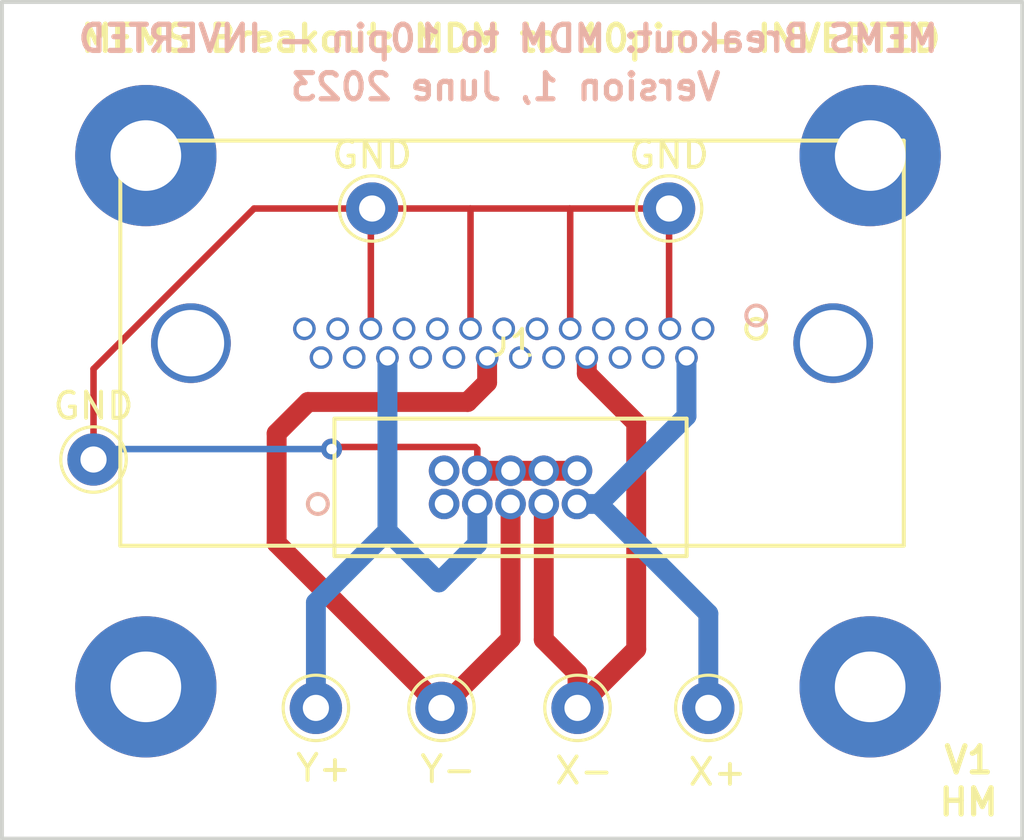
<source format=kicad_pcb>
(kicad_pcb (version 20171130) (host pcbnew "(5.1.10-1-10_14)")

  (general
    (thickness 1.6)
    (drawings 9)
    (tracks 53)
    (zones 0)
    (modules 13)
    (nets 6)
  )

  (page A4)
  (layers
    (0 F.Cu signal)
    (31 B.Cu signal)
    (32 B.Adhes user)
    (33 F.Adhes user)
    (34 B.Paste user)
    (35 F.Paste user)
    (36 B.SilkS user)
    (37 F.SilkS user)
    (38 B.Mask user)
    (39 F.Mask user)
    (40 Dwgs.User user)
    (41 Cmts.User user)
    (42 Eco1.User user)
    (43 Eco2.User user)
    (44 Edge.Cuts user)
    (45 Margin user)
    (46 B.CrtYd user)
    (47 F.CrtYd user)
    (48 B.Fab user)
    (49 F.Fab user)
  )

  (setup
    (last_trace_width 0.76)
    (user_trace_width 0.76)
    (trace_clearance 0.2)
    (zone_clearance 0.508)
    (zone_45_only no)
    (trace_min 0.2)
    (via_size 0.8)
    (via_drill 0.4)
    (via_min_size 0.4)
    (via_min_drill 0.3)
    (uvia_size 0.3)
    (uvia_drill 0.1)
    (uvias_allowed no)
    (uvia_min_size 0.2)
    (uvia_min_drill 0.1)
    (edge_width 0.05)
    (segment_width 0.2)
    (pcb_text_width 0.3)
    (pcb_text_size 1.5 1.5)
    (mod_edge_width 0.12)
    (mod_text_size 1 1)
    (mod_text_width 0.15)
    (pad_size 1.524 1.524)
    (pad_drill 0.762)
    (pad_to_mask_clearance 0)
    (aux_axis_origin 0 0)
    (visible_elements FFFFFF7F)
    (pcbplotparams
      (layerselection 0x010fc_ffffffff)
      (usegerberextensions false)
      (usegerberattributes true)
      (usegerberadvancedattributes true)
      (creategerberjobfile true)
      (excludeedgelayer true)
      (linewidth 0.100000)
      (plotframeref false)
      (viasonmask false)
      (mode 1)
      (useauxorigin false)
      (hpglpennumber 1)
      (hpglpenspeed 20)
      (hpglpendiameter 15.000000)
      (psnegative false)
      (psa4output false)
      (plotreference true)
      (plotvalue true)
      (plotinvisibletext false)
      (padsonsilk false)
      (subtractmaskfromsilk false)
      (outputformat 1)
      (mirror false)
      (drillshape 1)
      (scaleselection 1)
      (outputdirectory ""))
  )

  (net 0 "")
  (net 1 "Net-(J1-Pad14)")
  (net 2 "Net-(J1-Pad17)")
  (net 3 "Net-(J1-Pad20)")
  (net 4 "Net-(J1-Pad23)")
  (net 5 "Net-(J1-Pad11)")

  (net_class Default "This is the default net class."
    (clearance 0.2)
    (trace_width 0.25)
    (via_dia 0.8)
    (via_drill 0.4)
    (uvia_dia 0.3)
    (uvia_drill 0.1)
    (add_net "Net-(J1-Pad11)")
    (add_net "Net-(J1-Pad14)")
    (add_net "Net-(J1-Pad17)")
    (add_net "Net-(J1-Pad20)")
    (add_net "Net-(J1-Pad23)")
  )

  (module Connector_Pin:Pin_D1.0mm_L10.0mm (layer F.Cu) (tedit 5A1DC084) (tstamp 649A903E)
    (at 110.8 122)
    (descr "solder Pin_ diameter 1.0mm, hole diameter 1.0mm (press fit), length 10.0mm")
    (tags "solder Pin_ press fit")
    (path /648E952C)
    (fp_text reference J7 (at 0 2.25) (layer Dwgs.User)
      (effects (font (size 1 1) (thickness 0.15)))
    )
    (fp_text value Y- (at 0.25 2.35) (layer F.SilkS)
      (effects (font (size 1 1) (thickness 0.15)))
    )
    (fp_circle (center 0 0) (end 1.5 0) (layer F.CrtYd) (width 0.05))
    (fp_circle (center 0 0) (end 0.5 0) (layer F.Fab) (width 0.12))
    (fp_circle (center 0 0) (end 1 0) (layer F.Fab) (width 0.12))
    (fp_circle (center 0 0) (end 1.25 0.05) (layer F.SilkS) (width 0.12))
    (fp_text user %R (at 0 2.25) (layer F.Fab)
      (effects (font (size 1 1) (thickness 0.15)))
    )
    (pad 1 thru_hole circle (at 0 0) (size 2 2) (drill 1) (layers *.Cu *.Mask)
      (net 3 "Net-(J1-Pad20)"))
    (model ${KICAD6_3DMODEL_DIR}/Connector_Pin.3dshapes/Pin_D1.0mm_L10.0mm.wrl
      (at (xyz 0 0 0))
      (scale (xyz 1 1 1))
      (rotate (xyz 0 0 0))
    )
  )

  (module Connector_Pin:Pin_D1.0mm_L10.0mm (layer F.Cu) (tedit 5A1DC084) (tstamp 649AFEB9)
    (at 106 122)
    (descr "solder Pin_ diameter 1.0mm, hole diameter 1.0mm (press fit), length 10.0mm")
    (tags "solder Pin_ press fit")
    (path /649BC6FA)
    (fp_text reference J9 (at 0 2.25) (layer Dwgs.User)
      (effects (font (size 1 1) (thickness 0.15)))
    )
    (fp_text value Y+ (at 0.3 2.3) (layer F.SilkS)
      (effects (font (size 1 1) (thickness 0.15)))
    )
    (fp_circle (center 0 0) (end 1.25 0.05) (layer F.SilkS) (width 0.12))
    (fp_circle (center 0 0) (end 1 0) (layer F.Fab) (width 0.12))
    (fp_circle (center 0 0) (end 0.5 0) (layer F.Fab) (width 0.12))
    (fp_circle (center 0 0) (end 1.5 0) (layer F.CrtYd) (width 0.05))
    (fp_text user %R (at 0 2.25) (layer F.Fab)
      (effects (font (size 1 1) (thickness 0.15)))
    )
    (pad 1 thru_hole circle (at 0 0) (size 2 2) (drill 1) (layers *.Cu *.Mask)
      (net 4 "Net-(J1-Pad23)"))
    (model ${KICAD6_3DMODEL_DIR}/Connector_Pin.3dshapes/Pin_D1.0mm_L10.0mm.wrl
      (at (xyz 0 0 0))
      (scale (xyz 1 1 1))
      (rotate (xyz 0 0 0))
    )
  )

  (module digikey_MDM_182-25FE-ND:digikey_MDM_182-25FE-ND (layer F.Cu) (tedit 0) (tstamp 649A9B16)
    (at 120.8 107.5)
    (path /64895DF0)
    (fp_text reference J1 (at -7.3025 0.549999) (layer F.SilkS)
      (effects (font (size 1 1) (thickness 0.15)))
    )
    (fp_text value DB25_Female_MountingHoles (at -7.3025 0.549999) (layer Cmts.User)
      (effects (font (size 1 1) (thickness 0.15)))
    )
    (fp_line (start -22.4028 -7.324001) (end -22.4028 8.423999) (layer F.CrtYd) (width 0.1524))
    (fp_line (start -22.4028 8.423999) (end 7.7978 8.423999) (layer F.CrtYd) (width 0.1524))
    (fp_line (start 7.7978 8.423999) (end 7.7978 -7.324001) (layer F.CrtYd) (width 0.1524))
    (fp_line (start 7.7978 -7.324001) (end -22.4028 -7.324001) (layer F.CrtYd) (width 0.1524))
    (fp_line (start -22.2758 8.296999) (end 7.6708 8.296999) (layer F.SilkS) (width 0.1524))
    (fp_line (start 7.6708 8.296999) (end 7.6708 -7.197001) (layer F.SilkS) (width 0.1524))
    (fp_line (start 7.6708 -7.197001) (end -22.2758 -7.197001) (layer F.SilkS) (width 0.1524))
    (fp_line (start -22.2758 -7.197001) (end -22.2758 8.296999) (layer F.SilkS) (width 0.1524))
    (fp_line (start -22.1488 8.169999) (end 7.5438 8.169999) (layer F.Fab) (width 0.1524))
    (fp_line (start 7.5438 8.169999) (end 7.5438 -7.070001) (layer F.Fab) (width 0.1524))
    (fp_line (start 7.5438 -7.070001) (end -22.1488 -7.070001) (layer F.Fab) (width 0.1524))
    (fp_line (start -22.1488 -7.070001) (end -22.1488 8.169999) (layer F.Fab) (width 0.1524))
    (fp_circle (center 2.032 0) (end 2.413 0) (layer F.SilkS) (width 0.1524))
    (fp_circle (center 0 -2.032) (end 0.381 -2.032) (layer F.Fab) (width 0.1524))
    (fp_circle (center 2.032 -0.508) (end 2.413 -0.508) (layer B.SilkS) (width 0.1524))
    (fp_text user "Copyright 2016 Accelerated Designs. All rights reserved." (at 0 0) (layer Cmts.User)
      (effects (font (size 0.127 0.127) (thickness 0.002)))
    )
    (pad 28 thru_hole circle (at 4.972502 0.549999 90) (size 3.048 3.048) (drill 2.54) (layers *.Cu *.Mask))
    (pad 27 thru_hole circle (at -19.577502 0.549999 90) (size 3.048 3.048) (drill 2.54) (layers *.Cu *.Mask))
    (pad 14 thru_hole circle (at -0.635 1.099998) (size 0.8636 0.8636) (drill 0.6096) (layers *.Cu *.Mask)
      (net 1 "Net-(J1-Pad14)"))
    (pad 15 thru_hole circle (at -1.905 1.099998) (size 0.8636 0.8636) (drill 0.6096) (layers *.Cu *.Mask))
    (pad 16 thru_hole circle (at -3.175 1.099998) (size 0.8636 0.8636) (drill 0.6096) (layers *.Cu *.Mask))
    (pad 17 thru_hole circle (at -4.445 1.099998) (size 0.8636 0.8636) (drill 0.6096) (layers *.Cu *.Mask)
      (net 2 "Net-(J1-Pad17)"))
    (pad 18 thru_hole circle (at -5.715 1.099998) (size 0.8636 0.8636) (drill 0.6096) (layers *.Cu *.Mask))
    (pad 19 thru_hole circle (at -6.985 1.099998) (size 0.8636 0.8636) (drill 0.6096) (layers *.Cu *.Mask))
    (pad 20 thru_hole circle (at -8.255 1.099998) (size 0.8636 0.8636) (drill 0.6096) (layers *.Cu *.Mask)
      (net 3 "Net-(J1-Pad20)"))
    (pad 21 thru_hole circle (at -9.525 1.099998) (size 0.8636 0.8636) (drill 0.6096) (layers *.Cu *.Mask))
    (pad 22 thru_hole circle (at -10.795 1.099998) (size 0.8636 0.8636) (drill 0.6096) (layers *.Cu *.Mask))
    (pad 23 thru_hole circle (at -12.065 1.099998) (size 0.8636 0.8636) (drill 0.6096) (layers *.Cu *.Mask)
      (net 4 "Net-(J1-Pad23)"))
    (pad 24 thru_hole circle (at -13.335 1.099998) (size 0.8636 0.8636) (drill 0.6096) (layers *.Cu *.Mask))
    (pad 25 thru_hole circle (at -14.605 1.099998) (size 0.8636 0.8636) (drill 0.6096) (layers *.Cu *.Mask))
    (pad 1 thru_hole circle (at 0 0) (size 0.8636 0.8636) (drill 0.6096) (layers *.Cu *.Mask))
    (pad 2 thru_hole circle (at -1.27 0) (size 0.8636 0.8636) (drill 0.6096) (layers *.Cu *.Mask)
      (net 5 "Net-(J1-Pad11)"))
    (pad 3 thru_hole circle (at -2.54 0) (size 0.8636 0.8636) (drill 0.6096) (layers *.Cu *.Mask))
    (pad 4 thru_hole circle (at -3.81 0) (size 0.8636 0.8636) (drill 0.6096) (layers *.Cu *.Mask))
    (pad 5 thru_hole circle (at -5.08 0) (size 0.8636 0.8636) (drill 0.6096) (layers *.Cu *.Mask)
      (net 5 "Net-(J1-Pad11)"))
    (pad 6 thru_hole circle (at -6.35 0) (size 0.8636 0.8636) (drill 0.6096) (layers *.Cu *.Mask))
    (pad 7 thru_hole circle (at -7.62 0) (size 0.8636 0.8636) (drill 0.6096) (layers *.Cu *.Mask))
    (pad 8 thru_hole circle (at -8.89 0) (size 0.8636 0.8636) (drill 0.6096) (layers *.Cu *.Mask)
      (net 5 "Net-(J1-Pad11)"))
    (pad 9 thru_hole circle (at -10.16 0) (size 0.8636 0.8636) (drill 0.6096) (layers *.Cu *.Mask))
    (pad 10 thru_hole circle (at -11.43 0) (size 0.8636 0.8636) (drill 0.6096) (layers *.Cu *.Mask))
    (pad 11 thru_hole circle (at -12.7 0) (size 0.8636 0.8636) (drill 0.6096) (layers *.Cu *.Mask)
      (net 5 "Net-(J1-Pad11)"))
    (pad 12 thru_hole circle (at -13.97 0) (size 0.8636 0.8636) (drill 0.6096) (layers *.Cu *.Mask))
    (pad 13 thru_hole circle (at -15.24 0) (size 0.8636 0.8636) (drill 0.6096) (layers *.Cu *.Mask))
  )

  (module digikey_10pin_1175-1627-ND:digikey_10pin_1175-1627-ND (layer F.Cu) (tedit 0) (tstamp 64A6A20A)
    (at 110.9 114.2)
    (path /648DC9F3)
    (fp_text reference J5 (at 2.54 -0.635) (layer Cmts.User)
      (effects (font (size 1 1) (thickness 0.15)))
    )
    (fp_text value 3220-10-0100-00 (at 2.54 -0.635) (layer Cmts.User)
      (effects (font (size 1 1) (thickness 0.15)))
    )
    (fp_line (start -4.318 -3.3909) (end -4.318 2.1209) (layer F.CrtYd) (width 0.1524))
    (fp_line (start -4.318 2.1209) (end 9.398 2.1209) (layer F.CrtYd) (width 0.1524))
    (fp_line (start 9.398 2.1209) (end 9.398 -3.3909) (layer F.CrtYd) (width 0.1524))
    (fp_line (start 9.398 -3.3909) (end -4.318 -3.3909) (layer F.CrtYd) (width 0.1524))
    (fp_line (start -4.191 1.9939) (end 9.271 1.9939) (layer F.SilkS) (width 0.1524))
    (fp_line (start 9.271 1.9939) (end 9.271 -3.2639) (layer F.SilkS) (width 0.1524))
    (fp_line (start 9.271 -3.2639) (end -4.191 -3.2639) (layer F.SilkS) (width 0.1524))
    (fp_line (start -4.191 -3.2639) (end -4.191 1.9939) (layer F.SilkS) (width 0.1524))
    (fp_line (start -4.064 1.8669) (end 9.144 1.8669) (layer F.Fab) (width 0.1524))
    (fp_line (start 9.144 1.8669) (end 9.144 -3.1369) (layer F.Fab) (width 0.1524))
    (fp_line (start 9.144 -3.1369) (end -4.064 -3.1369) (layer F.Fab) (width 0.1524))
    (fp_line (start -4.064 -3.1369) (end -4.064 1.8669) (layer F.Fab) (width 0.1524))
    (fp_circle (center -4.826 0) (end -4.445 0) (layer F.SilkS) (width 0.1524))
    (fp_circle (center -4.826 0) (end -4.445 0) (layer B.SilkS) (width 0.1524))
    (fp_circle (center 0 1.905) (end 0.381 1.905) (layer F.Fab) (width 0.1524))
    (fp_text user "Copyright 2016 Accelerated Designs. All rights reserved." (at 0 0) (layer Cmts.User)
      (effects (font (size 0.127 0.127) (thickness 0.002)))
    )
    (pad 10 thru_hole circle (at 5.08 -1.27) (size 1.1684 1.1684) (drill 0.7112) (layers *.Cu *.Mask)
      (net 5 "Net-(J1-Pad11)"))
    (pad 9 thru_hole circle (at 5.08 0) (size 1.1684 1.1684) (drill 0.7112) (layers *.Cu *.Mask)
      (net 1 "Net-(J1-Pad14)"))
    (pad 8 thru_hole circle (at 3.81 -1.27) (size 1.1684 1.1684) (drill 0.7112) (layers *.Cu *.Mask)
      (net 5 "Net-(J1-Pad11)"))
    (pad 7 thru_hole circle (at 3.81 0) (size 1.1684 1.1684) (drill 0.7112) (layers *.Cu *.Mask)
      (net 2 "Net-(J1-Pad17)"))
    (pad 6 thru_hole circle (at 2.54 -1.27) (size 1.1684 1.1684) (drill 0.7112) (layers *.Cu *.Mask)
      (net 5 "Net-(J1-Pad11)"))
    (pad 5 thru_hole circle (at 2.54 0) (size 1.1684 1.1684) (drill 0.7112) (layers *.Cu *.Mask)
      (net 3 "Net-(J1-Pad20)"))
    (pad 4 thru_hole circle (at 1.27 -1.27) (size 1.1684 1.1684) (drill 0.7112) (layers *.Cu *.Mask)
      (net 5 "Net-(J1-Pad11)"))
    (pad 3 thru_hole circle (at 1.27 0) (size 1.1684 1.1684) (drill 0.7112) (layers *.Cu *.Mask)
      (net 4 "Net-(J1-Pad23)"))
    (pad 2 thru_hole circle (at 0 -1.27) (size 1.1684 1.1684) (drill 0.7112) (layers *.Cu *.Mask))
    (pad 1 thru_hole circle (at 0 0) (size 1.1684 1.1684) (drill 0.7112) (layers *.Cu *.Mask))
  )

  (module Connector_Pin:Pin_D1.0mm_L10.0mm (layer F.Cu) (tedit 5A1DC084) (tstamp 649A9074)
    (at 97.5 112.5)
    (descr "solder Pin_ diameter 1.0mm, hole diameter 1.0mm (press fit), length 10.0mm")
    (tags "solder Pin_ press fit")
    (path /648B4270)
    (fp_text reference J11 (at 0 2.25) (layer Dwgs.User)
      (effects (font (size 1 1) (thickness 0.15)))
    )
    (fp_text value GND (at 0 -2.05) (layer F.SilkS)
      (effects (font (size 1 1) (thickness 0.15)))
    )
    (fp_circle (center 0 0) (end 1.5 0) (layer F.CrtYd) (width 0.05))
    (fp_circle (center 0 0) (end 0.5 0) (layer F.Fab) (width 0.12))
    (fp_circle (center 0 0) (end 1 0) (layer F.Fab) (width 0.12))
    (fp_circle (center 0 0) (end 1.25 0.05) (layer F.SilkS) (width 0.12))
    (fp_text user %R (at 0 2.25) (layer F.Fab)
      (effects (font (size 1 1) (thickness 0.15)))
    )
    (pad 1 thru_hole circle (at 0 0) (size 2 2) (drill 1) (layers *.Cu *.Mask)
      (net 5 "Net-(J1-Pad11)"))
    (model ${KICAD6_3DMODEL_DIR}/Connector_Pin.3dshapes/Pin_D1.0mm_L10.0mm.wrl
      (at (xyz 0 0 0))
      (scale (xyz 1 1 1))
      (rotate (xyz 0 0 0))
    )
  )

  (module Connector_Pin:Pin_D1.0mm_L10.0mm (layer F.Cu) (tedit 5A1DC084) (tstamp 649A9023)
    (at 116 122)
    (descr "solder Pin_ diameter 1.0mm, hole diameter 1.0mm (press fit), length 10.0mm")
    (tags "solder Pin_ press fit")
    (path /648E8EC0)
    (fp_text reference J6 (at 0 2.25) (layer Dwgs.User)
      (effects (font (size 1 1) (thickness 0.15)))
    )
    (fp_text value X- (at 0.25 2.4) (layer F.SilkS)
      (effects (font (size 1 1) (thickness 0.15)))
    )
    (fp_circle (center 0 0) (end 1.5 0) (layer F.CrtYd) (width 0.05))
    (fp_circle (center 0 0) (end 0.5 0) (layer F.Fab) (width 0.12))
    (fp_circle (center 0 0) (end 1 0) (layer F.Fab) (width 0.12))
    (fp_circle (center 0 0) (end 1.25 0.05) (layer F.SilkS) (width 0.12))
    (pad 1 thru_hole circle (at 0 0) (size 2 2) (drill 1) (layers *.Cu *.Mask)
      (net 2 "Net-(J1-Pad17)"))
    (model ${KICAD6_3DMODEL_DIR}/Connector_Pin.3dshapes/Pin_D1.0mm_L10.0mm.wrl
      (at (xyz 0 0 0))
      (scale (xyz 1 1 1))
      (rotate (xyz 0 0 0))
    )
  )

  (module Connector_Pin:Pin_D1.0mm_L10.0mm (layer F.Cu) (tedit 5A1DC084) (tstamp 649A8FB1)
    (at 119.5 102.9)
    (descr "solder Pin_ diameter 1.0mm, hole diameter 1.0mm (press fit), length 10.0mm")
    (tags "solder Pin_ press fit")
    (path /648A5D07)
    (fp_text reference J4 (at 0 2.25) (layer Dwgs.User)
      (effects (font (size 1 1) (thickness 0.15)))
    )
    (fp_text value GND (at 0 -2.05) (layer F.SilkS)
      (effects (font (size 1 1) (thickness 0.15)))
    )
    (fp_circle (center 0 0) (end 1.5 0) (layer F.CrtYd) (width 0.05))
    (fp_circle (center 0 0) (end 0.5 0) (layer F.Fab) (width 0.12))
    (fp_circle (center 0 0) (end 1 0) (layer F.Fab) (width 0.12))
    (fp_circle (center 0 0) (end 1.25 0.05) (layer F.SilkS) (width 0.12))
    (fp_text user %R (at 0 2.25) (layer F.Fab)
      (effects (font (size 1 1) (thickness 0.15)))
    )
    (pad 1 thru_hole circle (at 0 0) (size 2 2) (drill 1) (layers *.Cu *.Mask)
      (net 5 "Net-(J1-Pad11)"))
    (model ${KICAD6_3DMODEL_DIR}/Connector_Pin.3dshapes/Pin_D1.0mm_L10.0mm.wrl
      (at (xyz 0 0 0))
      (scale (xyz 1 1 1))
      (rotate (xyz 0 0 0))
    )
  )

  (module Connector_Pin:Pin_D1.0mm_L10.0mm (layer F.Cu) (tedit 5A1DC084) (tstamp 649A8F96)
    (at 108.15 102.9)
    (descr "solder Pin_ diameter 1.0mm, hole diameter 1.0mm (press fit), length 10.0mm")
    (tags "solder Pin_ press fit")
    (path /648A4E0E)
    (fp_text reference J3 (at 0 2.25) (layer Dwgs.User)
      (effects (font (size 1 1) (thickness 0.15)))
    )
    (fp_text value GND (at 0 -2.05) (layer F.SilkS)
      (effects (font (size 1 1) (thickness 0.15)))
    )
    (fp_circle (center 0 0) (end 1.5 0) (layer F.CrtYd) (width 0.05))
    (fp_circle (center 0 0) (end 0.5 0) (layer F.Fab) (width 0.12))
    (fp_circle (center 0 0) (end 1 0) (layer F.Fab) (width 0.12))
    (fp_circle (center 0 0) (end 1.25 0.05) (layer F.SilkS) (width 0.12))
    (fp_text user %R (at 0 2.25) (layer F.Fab)
      (effects (font (size 1 1) (thickness 0.15)))
    )
    (pad 1 thru_hole circle (at 0 0) (size 2 2) (drill 1) (layers *.Cu *.Mask)
      (net 5 "Net-(J1-Pad11)"))
    (model ${KICAD6_3DMODEL_DIR}/Connector_Pin.3dshapes/Pin_D1.0mm_L10.0mm.wrl
      (at (xyz 0 0 0))
      (scale (xyz 1 1 1))
      (rotate (xyz 0 0 0))
    )
  )

  (module Connector_Pin:Pin_D1.0mm_L10.0mm (layer F.Cu) (tedit 5A1DC084) (tstamp 649A8F7B)
    (at 121 122)
    (descr "solder Pin_ diameter 1.0mm, hole diameter 1.0mm (press fit), length 10.0mm")
    (tags "solder Pin_ press fit")
    (path /648E7E0F)
    (fp_text reference J2 (at 0 2.25) (layer Dwgs.User)
      (effects (font (size 1 1) (thickness 0.15)))
    )
    (fp_text value X+ (at 0.35 2.45) (layer F.SilkS)
      (effects (font (size 1 1) (thickness 0.15)))
    )
    (fp_circle (center 0 0) (end 1.5 0) (layer F.CrtYd) (width 0.05))
    (fp_circle (center 0 0) (end 0.5 0) (layer F.Fab) (width 0.12))
    (fp_circle (center 0 0) (end 1 0) (layer F.Fab) (width 0.12))
    (fp_circle (center 0 0) (end 1.25 0.05) (layer F.SilkS) (width 0.12))
    (pad 1 thru_hole circle (at 0 0) (size 2 2) (drill 1) (layers *.Cu *.Mask)
      (net 1 "Net-(J1-Pad14)"))
    (model ${KICAD6_3DMODEL_DIR}/Connector_Pin.3dshapes/Pin_D1.0mm_L10.0mm.wrl
      (at (xyz 0 0 0))
      (scale (xyz 1 1 1))
      (rotate (xyz 0 0 0))
    )
  )

  (module MountingHole:MountingHole_2.7mm_M2.5_Pad (layer F.Cu) (tedit 56D1B4CB) (tstamp 649A8EDA)
    (at 127.186 121.195)
    (descr "Mounting Hole 2.7mm, M2.5")
    (tags "mounting hole 2.7mm m2.5")
    (path /648CADE9)
    (attr virtual)
    (fp_text reference H4 (at 0 -3.7) (layer Cmts.User)
      (effects (font (size 1 1) (thickness 0.15)))
    )
    (fp_text value MountingHole (at 0 3.7) (layer Dwgs.User)
      (effects (font (size 1 1) (thickness 0.15)))
    )
    (fp_circle (center 0 0) (end 2.7 0) (layer Cmts.User) (width 0.15))
    (fp_circle (center 0 0) (end 2.95 0) (layer F.CrtYd) (width 0.05))
    (fp_text user %R (at 0.3 0) (layer F.Fab)
      (effects (font (size 1 1) (thickness 0.15)))
    )
    (pad 1 thru_hole circle (at 0 0) (size 5.4 5.4) (drill 2.7) (layers *.Cu *.Mask))
  )

  (module MountingHole:MountingHole_2.7mm_M2.5_Pad (layer F.Cu) (tedit 56D1B4CB) (tstamp 649A8EC5)
    (at 127.186 100.875)
    (descr "Mounting Hole 2.7mm, M2.5")
    (tags "mounting hole 2.7mm m2.5")
    (path /648CA59A)
    (attr virtual)
    (fp_text reference H3 (at 0 -3.7) (layer Cmts.User)
      (effects (font (size 1 1) (thickness 0.15)))
    )
    (fp_text value MountingHole (at 0.06 4) (layer Dwgs.User)
      (effects (font (size 1 1) (thickness 0.15)))
    )
    (fp_circle (center 0 0) (end 2.7 0) (layer Cmts.User) (width 0.15))
    (fp_circle (center 0 0) (end 2.95 0) (layer F.CrtYd) (width 0.05))
    (fp_text user %R (at 0.3 0) (layer F.Fab)
      (effects (font (size 1 1) (thickness 0.15)))
    )
    (pad 1 thru_hole circle (at 0 0) (size 5.4 5.4) (drill 2.7) (layers *.Cu *.Mask))
  )

  (module MountingHole:MountingHole_2.7mm_M2.5_Pad (layer F.Cu) (tedit 56D1B4CB) (tstamp 649A8EB0)
    (at 99.5 121.195)
    (descr "Mounting Hole 2.7mm, M2.5")
    (tags "mounting hole 2.7mm m2.5")
    (path /648C9CAD)
    (attr virtual)
    (fp_text reference H2 (at 0 -3.7) (layer Cmts.User)
      (effects (font (size 1 1) (thickness 0.15)))
    )
    (fp_text value MountingHole (at 0 3.7) (layer Dwgs.User)
      (effects (font (size 1 1) (thickness 0.15)))
    )
    (fp_circle (center 0 0) (end 2.7 0) (layer Cmts.User) (width 0.15))
    (fp_circle (center 0 0) (end 2.95 0) (layer F.CrtYd) (width 0.05))
    (fp_text user %R (at 0.3 0) (layer F.Fab)
      (effects (font (size 1 1) (thickness 0.15)))
    )
    (pad 1 thru_hole circle (at 0 0) (size 5.4 5.4) (drill 2.7) (layers *.Cu *.Mask))
  )

  (module MountingHole:MountingHole_2.7mm_M2.5_Pad (layer F.Cu) (tedit 56D1B4CB) (tstamp 649A8E9B)
    (at 99.5 100.875)
    (descr "Mounting Hole 2.7mm, M2.5")
    (tags "mounting hole 2.7mm m2.5")
    (path /648C92FC)
    (attr virtual)
    (fp_text reference H1 (at 0 -3.7) (layer Cmts.User)
      (effects (font (size 1 1) (thickness 0.15)))
    )
    (fp_text value MountingHole (at 0 3.7) (layer Dwgs.User)
      (effects (font (size 1 1) (thickness 0.15)))
    )
    (fp_circle (center 0 0) (end 2.7 0) (layer Cmts.User) (width 0.15))
    (fp_circle (center 0 0) (end 2.95 0) (layer F.CrtYd) (width 0.05))
    (fp_text user %R (at 0.3 0) (layer F.Fab)
      (effects (font (size 1 1) (thickness 0.15)))
    )
    (pad 1 thru_hole circle (at 0 0) (size 5.4 5.4) (drill 2.7) (layers *.Cu *.Mask))
  )

  (dimension 12.800391 (width 0.15) (layer Dwgs.User)
    (gr_text "12.800 mm" (at 126.612854 112.10475 359.5523858) (layer Dwgs.User)
      (effects (font (size 1 1) (thickness 0.15)))
    )
    (feature1 (pts (xy 133 113.8) (xy 133.007279 112.868307)))
    (feature2 (pts (xy 120.2 113.7) (xy 120.207279 112.768307)))
    (crossbar (pts (xy 120.202698 113.35471) (xy 133.002698 113.45471)))
    (arrow1a (pts (xy 133.002698 113.45471) (xy 131.871647 114.032312)))
    (arrow1b (pts (xy 133.002698 113.45471) (xy 131.88081 112.859507)))
    (arrow2a (pts (xy 120.202698 113.35471) (xy 121.324586 113.949913)))
    (arrow2b (pts (xy 120.202698 113.35471) (xy 121.333749 112.777108)))
  )
  (gr_text "V1\nHM" (at 130.95 124.8) (layer F.SilkS)
    (effects (font (size 1 1) (thickness 0.2)))
  )
  (gr_text "Version 1, June 2023" (at 113.25 98.25) (layer B.SilkS)
    (effects (font (size 1 1) (thickness 0.2)) (justify mirror))
  )
  (gr_text "MEMS Breakout: MDM to 10pin — INVERTED\n" (at 113.35 96.4) (layer B.SilkS) (tstamp 649B1A56)
    (effects (font (size 1 1) (thickness 0.2)) (justify mirror))
  )
  (gr_text "MEMS Breakout: MDM to 10pin — INVERTED" (at 113.45 96.4) (layer F.SilkS)
    (effects (font (size 1 1) (thickness 0.2)))
  )
  (gr_line (start 94 95) (end 133 95) (layer Edge.Cuts) (width 0.15))
  (gr_line (start 94 95) (end 94 127) (layer Edge.Cuts) (width 0.15) (tstamp 649A9092))
  (gr_line (start 133 127) (end 94 127) (layer Edge.Cuts) (width 0.15))
  (gr_line (start 133 95) (end 133 127) (layer Edge.Cuts) (width 0.15))

  (segment (start 115.98 113.87) (end 115.98 114.2) (width 0.25) (layer F.Cu) (net 1))
  (segment (start 116.806183 114.2) (end 120.165 110.841183) (width 0.76) (layer B.Cu) (net 1))
  (segment (start 120.165 110.841183) (end 120.165 108.599998) (width 0.76) (layer B.Cu) (net 1))
  (segment (start 115.98 114.2) (end 116.806183 114.2) (width 0.76) (layer B.Cu) (net 1))
  (segment (start 121 118.393817) (end 116.806183 114.2) (width 0.76) (layer B.Cu) (net 1))
  (segment (start 121 122) (end 121 118.393817) (width 0.76) (layer B.Cu) (net 1))
  (segment (start 114.71 114.2) (end 114.71 119.39) (width 0.76) (layer F.Cu) (net 2))
  (segment (start 116 120.68) (end 116 122) (width 0.76) (layer F.Cu) (net 2))
  (segment (start 114.71 119.39) (end 116 120.68) (width 0.76) (layer F.Cu) (net 2))
  (segment (start 116.355 109.210655) (end 118.244345 111.1) (width 0.76) (layer F.Cu) (net 2))
  (segment (start 116.355 108.599998) (end 116.355 109.210655) (width 0.76) (layer F.Cu) (net 2))
  (segment (start 118.244345 119.755655) (end 116 122) (width 0.76) (layer F.Cu) (net 2))
  (segment (start 118.244345 111.1) (end 118.244345 119.755655) (width 0.76) (layer F.Cu) (net 2))
  (segment (start 113.44 119.36) (end 110.8 122) (width 0.76) (layer F.Cu) (net 3))
  (segment (start 113.44 114.2) (end 113.44 119.36) (width 0.76) (layer F.Cu) (net 3))
  (segment (start 110.8 122) (end 104.5 115.7) (width 0.76) (layer F.Cu) (net 3))
  (segment (start 112.545 108.599998) (end 112.545 109.555) (width 0.76) (layer F.Cu) (net 3))
  (segment (start 112.545 109.555) (end 111.8 110.3) (width 0.76) (layer F.Cu) (net 3))
  (segment (start 111.8 110.3) (end 105.7 110.3) (width 0.76) (layer F.Cu) (net 3))
  (segment (start 104.5 111.5) (end 104.5 115.7) (width 0.76) (layer F.Cu) (net 3))
  (segment (start 105.7 110.3) (end 104.5 111.5) (width 0.76) (layer F.Cu) (net 3))
  (segment (start 108.735 108.599998) (end 108.735 115.235) (width 0.76) (layer B.Cu) (net 4))
  (segment (start 108.735 115.235) (end 110.7 117.2) (width 0.76) (layer B.Cu) (net 4))
  (segment (start 112.17 115.73) (end 110.7 117.2) (width 0.76) (layer B.Cu) (net 4))
  (segment (start 112.17 114.2) (end 112.17 115.73) (width 0.76) (layer B.Cu) (net 4))
  (segment (start 106 117.97) (end 108.735 115.235) (width 0.76) (layer B.Cu) (net 4))
  (segment (start 106 122) (end 106 117.97) (width 0.76) (layer B.Cu) (net 4))
  (segment (start 108.13 102.92) (end 108.15 102.9) (width 0.25) (layer F.Cu) (net 5))
  (segment (start 118.26 102.91) (end 118.25 102.9) (width 0.25) (layer F.Cu) (net 5))
  (segment (start 119.5 107.47) (end 119.53 107.5) (width 0.25) (layer F.Cu) (net 5))
  (segment (start 119.5 102.9) (end 119.5 107.47) (width 0.25) (layer F.Cu) (net 5))
  (segment (start 108.1 102.95) (end 108.15 102.9) (width 0.25) (layer F.Cu) (net 5))
  (segment (start 108.1 107.5) (end 108.1 102.95) (width 0.25) (layer F.Cu) (net 5))
  (segment (start 111.91 102.91) (end 111.9 102.9) (width 0.25) (layer F.Cu) (net 5))
  (segment (start 111.91 107.5) (end 111.91 102.91) (width 0.25) (layer F.Cu) (net 5))
  (segment (start 108.15 102.9) (end 111.9 102.9) (width 0.25) (layer F.Cu) (net 5))
  (segment (start 115.7 102.9) (end 119.5 102.9) (width 0.25) (layer F.Cu) (net 5))
  (segment (start 115.72 102.92) (end 115.7 102.9) (width 0.25) (layer F.Cu) (net 5))
  (segment (start 115.72 107.5) (end 115.72 102.92) (width 0.25) (layer F.Cu) (net 5))
  (segment (start 111.9 102.9) (end 115.7 102.9) (width 0.25) (layer F.Cu) (net 5))
  (segment (start 103.635975 102.9) (end 108.15 102.9) (width 0.25) (layer F.Cu) (net 5))
  (segment (start 97.5 109.035975) (end 103.635975 102.9) (width 0.25) (layer F.Cu) (net 5))
  (segment (start 97.5 112.5) (end 97.5 109.035975) (width 0.25) (layer F.Cu) (net 5))
  (via (at 106.6 112.1) (size 0.8) (drill 0.4) (layers F.Cu B.Cu) (net 5))
  (segment (start 112.086982 112.020799) (end 106.679201 112.020799) (width 0.25) (layer F.Cu) (net 5))
  (segment (start 106.679201 112.020799) (end 106.6 112.1) (width 0.25) (layer F.Cu) (net 5))
  (segment (start 112.17 112.103817) (end 112.086982 112.020799) (width 0.25) (layer F.Cu) (net 5))
  (segment (start 112.17 112.93) (end 112.17 112.103817) (width 0.25) (layer F.Cu) (net 5))
  (segment (start 97.9 112.1) (end 97.5 112.5) (width 0.25) (layer B.Cu) (net 5))
  (segment (start 106.6 112.1) (end 97.9 112.1) (width 0.25) (layer B.Cu) (net 5))
  (segment (start 112.17 112.93) (end 113.44 112.93) (width 0.76) (layer F.Cu) (net 5))
  (segment (start 113.44 112.93) (end 114.71 112.93) (width 0.76) (layer F.Cu) (net 5))
  (segment (start 114.71 112.93) (end 115.98 112.93) (width 0.76) (layer F.Cu) (net 5))

)

</source>
